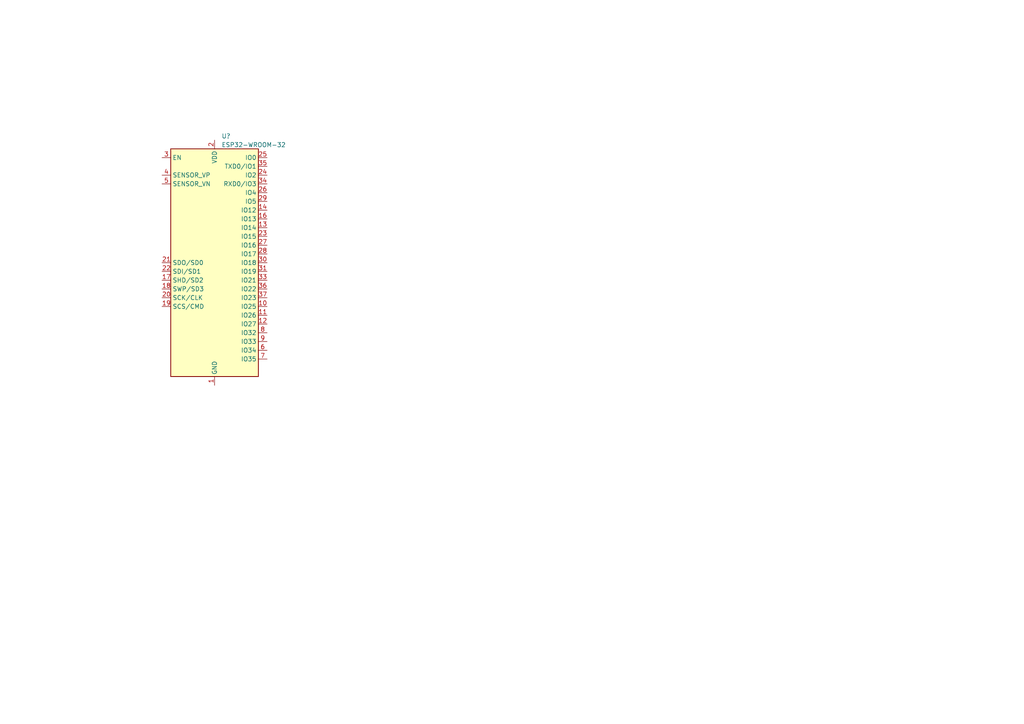
<source format=kicad_sch>
(kicad_sch (version 20211123) (generator eeschema)
  (paper "A4")
  (lib_symbols
    (symbol "RF_Module:ESP32-WROOM-32"
      (property "Reference" "U" (at -12.7 34.29 0))
      (property "Value" "ESP32-WROOM-32" (at 1.27 34.29 0))
      (symbol "ESP32-WROOM-32_0_1"
        (rectangle (start -12.7 33.02) (end 12.7 -33.02) (stroke (width 0.254)) (fill (type background)))
      )
      (symbol "ESP32-WROOM-32_1_1"
        (pin power_in line (at 0 -35.56 90) (length 2.54) (name "GND") (number "1"))
        (pin bidirectional line (at 15.24 -12.7 180) (length 2.54) (name "IO25") (number "10"))
        (pin bidirectional line (at 15.24 -15.24 180) (length 2.54) (name "IO26") (number "11"))
        (pin bidirectional line (at 15.24 -17.78 180) (length 2.54) (name "IO27") (number "12"))
        (pin bidirectional line (at 15.24 10.16 180) (length 2.54) (name "IO14") (number "13"))
        (pin bidirectional line (at 15.24 15.24 180) (length 2.54) (name "IO12") (number "14"))
        (pin passive line (at 0 -35.56 90) (length 2.54) hide (name "GND") (number "15"))
        (pin bidirectional line (at 15.24 12.7 180) (length 2.54) (name "IO13") (number "16"))
        (pin bidirectional line (at -15.24 -5.08 0) (length 2.54) (name "SHD/SD2") (number "17"))
        (pin bidirectional line (at -15.24 -7.62 0) (length 2.54) (name "SWP/SD3") (number "18"))
        (pin bidirectional line (at -15.24 -12.7 0) (length 2.54) (name "SCS/CMD") (number "19"))
        (pin power_in line (at 0 35.56 270) (length 2.54) (name "VDD") (number "2"))
        (pin bidirectional line (at -15.24 -10.16 0) (length 2.54) (name "SCK/CLK") (number "20"))
        (pin bidirectional line (at -15.24 0 0) (length 2.54) (name "SDO/SD0") (number "21"))
        (pin bidirectional line (at -15.24 -2.54 0) (length 2.54) (name "SDI/SD1") (number "22"))
        (pin bidirectional line (at 15.24 7.62 180) (length 2.54) (name "IO15") (number "23"))
        (pin bidirectional line (at 15.24 25.4 180) (length 2.54) (name "IO2") (number "24"))
        (pin bidirectional line (at 15.24 30.48 180) (length 2.54) (name "IO0") (number "25"))
        (pin bidirectional line (at 15.24 20.32 180) (length 2.54) (name "IO4") (number "26"))
        (pin bidirectional line (at 15.24 5.08 180) (length 2.54) (name "IO16") (number "27"))
        (pin bidirectional line (at 15.24 2.54 180) (length 2.54) (name "IO17") (number "28"))
        (pin bidirectional line (at 15.24 17.78 180) (length 2.54) (name "IO5") (number "29"))
        (pin input line (at -15.24 30.48 0) (length 2.54) (name "EN") (number "3"))
        (pin bidirectional line (at 15.24 0 180) (length 2.54) (name "IO18") (number "30"))
        (pin bidirectional line (at 15.24 -2.54 180) (length 2.54) (name "IO19") (number "31"))
        (pin no_connect line (at -12.7 -27.94 0) (length 2.54) hide (name "NC") (number "32"))
        (pin bidirectional line (at 15.24 -5.08 180) (length 2.54) (name "IO21") (number "33"))
        (pin bidirectional line (at 15.24 22.86 180) (length 2.54) (name "RXD0/IO3") (number "34"))
        (pin bidirectional line (at 15.24 27.94 180) (length 2.54) (name "TXD0/IO1") (number "35"))
        (pin bidirectional line (at 15.24 -7.62 180) (length 2.54) (name "IO22") (number "36"))
        (pin bidirectional line (at 15.24 -10.16 180) (length 2.54) (name "IO23") (number "37"))
        (pin passive line (at 0 -35.56 90) (length 2.54) hide (name "GND") (number "38"))
        (pin passive line (at 0 -35.56 90) (length 2.54) hide (name "GND") (number "39"))
        (pin input line (at -15.24 25.4 0) (length 2.54) (name "SENSOR_VP") (number "4"))
        (pin input line (at -15.24 22.86 0) (length 2.54) (name "SENSOR_VN") (number "5"))
        (pin input line (at 15.24 -25.4 180) (length 2.54) (name "IO34") (number "6"))
        (pin input line (at 15.24 -27.94 180) (length 2.54) (name "IO35") (number "7"))
        (pin bidirectional line (at 15.24 -20.32 180) (length 2.54) (name "IO32") (number "8"))
        (pin bidirectional line (at 15.24 -22.86 180) (length 2.54) (name "IO33") (number "9"))
      )
    )
  )
  (symbol (lib_id "RF_Module:ESP32-WROOM-32") (at 62.23 76.2 0) (unit 1)
    (property "Reference" "U?" (at 64.2494 39.4802 0) (effects (justify left)))
    (property "Value" "ESP32-WROOM-32" (at 64.2494 42.0171 0) (effects (justify left)))
    (property "Footprint" "RF_Module:ESP32-WROOM-32" (effects hide))
    (property "Datasheet" "https://www.espressif.com/sites/default/files/documentation/esp32-wroom-32_datasheet_en.pdf" (effects hide))
  )
)
</source>
